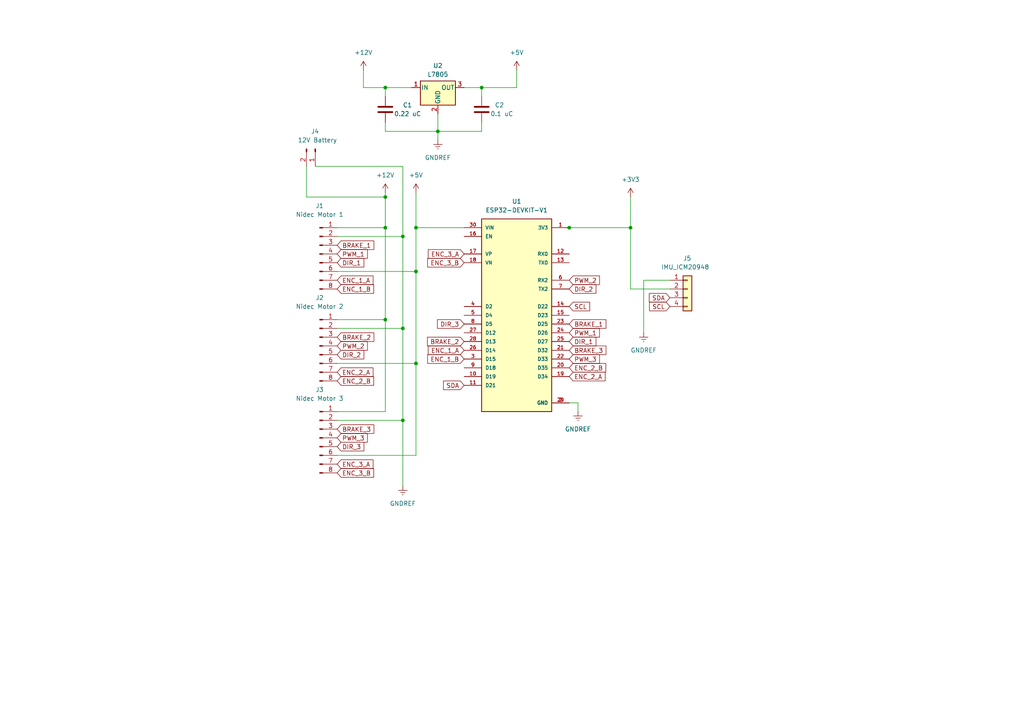
<source format=kicad_sch>
(kicad_sch (version 20230121) (generator eeschema)
  (paper "A4")
  (lib_symbols
    (symbol "Connector:Conn_01x02_Pin" (pin_names (offset 1.016) hide)
      (property "Reference" "J" (at 0 2.54 0))
      (property "Value" "Conn_01x02_Pin" (at 0 -5.08 0))
      (symbol "Conn_01x02_Pin_1_1"
        (polyline (pts (xy 1.27 -2.54) (xy 0.8636 -2.54)) (stroke (width 0.1524)))
        (polyline (pts (xy 1.27 0) (xy 0.8636 0)) (stroke (width 0.1524)))
        (rectangle (start 0.8636 -2.413) (end 0 -2.667) (stroke (width 0.1524)) (fill (type outline)))
        (rectangle (start 0.8636 0.127) (end 0 -0.127) (stroke (width 0.1524)) (fill (type outline)))
        (pin passive line (at 5.08 0 180) (length 3.81) (name "Pin_1") (number "1"))
        (pin passive line (at 5.08 -2.54 180) (length 3.81) (name "Pin_2") (number "2"))
      )
    )
    (symbol "Connector:Conn_01x08_Pin" (pin_names (offset 1.016) hide)
      (property "Reference" "J" (at 0 10.16 0))
      (property "Value" "Conn_01x08_Pin" (at 0 -12.7 0))
      (symbol "Conn_01x08_Pin_1_1"
        (polyline (pts (xy 1.27 -10.16) (xy 0.8636 -10.16)) (stroke (width 0.1524)))
        (polyline (pts (xy 1.27 -7.62) (xy 0.8636 -7.62)) (stroke (width 0.1524)))
        (polyline (pts (xy 1.27 -5.08) (xy 0.8636 -5.08)) (stroke (width 0.1524)))
        (polyline (pts (xy 1.27 -2.54) (xy 0.8636 -2.54)) (stroke (width 0.1524)))
        (polyline (pts (xy 1.27 0) (xy 0.8636 0)) (stroke (width 0.1524)))
        (polyline (pts (xy 1.27 2.54) (xy 0.8636 2.54)) (stroke (width 0.1524)))
        (polyline (pts (xy 1.27 5.08) (xy 0.8636 5.08)) (stroke (width 0.1524)))
        (polyline (pts (xy 1.27 7.62) (xy 0.8636 7.62)) (stroke (width 0.1524)))
        (rectangle (start 0.8636 -10.033) (end 0 -10.287) (stroke (width 0.1524)) (fill (type outline)))
        (rectangle (start 0.8636 -7.493) (end 0 -7.747) (stroke (width 0.1524)) (fill (type outline)))
        (rectangle (start 0.8636 -4.953) (end 0 -5.207) (stroke (width 0.1524)) (fill (type outline)))
        (rectangle (start 0.8636 -2.413) (end 0 -2.667) (stroke (width 0.1524)) (fill (type outline)))
        (rectangle (start 0.8636 0.127) (end 0 -0.127) (stroke (width 0.1524)) (fill (type outline)))
        (rectangle (start 0.8636 2.667) (end 0 2.413) (stroke (width 0.1524)) (fill (type outline)))
        (rectangle (start 0.8636 5.207) (end 0 4.953) (stroke (width 0.1524)) (fill (type outline)))
        (rectangle (start 0.8636 7.747) (end 0 7.493) (stroke (width 0.1524)) (fill (type outline)))
        (pin passive line (at 5.08 7.62 180) (length 3.81) (name "Pin_1") (number "1"))
        (pin passive line (at 5.08 5.08 180) (length 3.81) (name "Pin_2") (number "2"))
        (pin passive line (at 5.08 2.54 180) (length 3.81) (name "Pin_3") (number "3"))
        (pin passive line (at 5.08 0 180) (length 3.81) (name "Pin_4") (number "4"))
        (pin passive line (at 5.08 -2.54 180) (length 3.81) (name "Pin_5") (number "5"))
        (pin passive line (at 5.08 -5.08 180) (length 3.81) (name "Pin_6") (number "6"))
        (pin passive line (at 5.08 -7.62 180) (length 3.81) (name "Pin_7") (number "7"))
        (pin passive line (at 5.08 -10.16 180) (length 3.81) (name "Pin_8") (number "8"))
      )
    )
    (symbol "Connector_Generic:Conn_01x04" (pin_names (offset 1.016) hide)
      (property "Reference" "J" (at 0 5.08 0))
      (property "Value" "Conn_01x04" (at 0 -7.62 0))
      (symbol "Conn_01x04_1_1"
        (rectangle (start -1.27 -4.953) (end 0 -5.207) (stroke (width 0.1524)))
        (rectangle (start -1.27 -2.413) (end 0 -2.667) (stroke (width 0.1524)))
        (rectangle (start -1.27 0.127) (end 0 -0.127) (stroke (width 0.1524)))
        (rectangle (start -1.27 2.667) (end 0 2.413) (stroke (width 0.1524)))
        (rectangle (start -1.27 3.81) (end 1.27 -6.35) (stroke (width 0.254)) (fill (type background)))
        (pin passive line (at -5.08 2.54 0) (length 3.81) (name "Pin_1") (number "1"))
        (pin passive line (at -5.08 0 0) (length 3.81) (name "Pin_2") (number "2"))
        (pin passive line (at -5.08 -2.54 0) (length 3.81) (name "Pin_3") (number "3"))
        (pin passive line (at -5.08 -5.08 0) (length 3.81) (name "Pin_4") (number "4"))
      )
    )
    (symbol "Device:C" (pin_numbers hide) (pin_names (offset 0.254))
      (property "Reference" "C" (at 0.635 2.54 0))
      (property "Value" "C" (at 0.635 -2.54 0))
      (symbol "C_0_1"
        (polyline (pts (xy -2.032 -0.762) (xy 2.032 -0.762)) (stroke (width 0.508)))
        (polyline (pts (xy -2.032 0.762) (xy 2.032 0.762)) (stroke (width 0.508)))
      )
      (symbol "C_1_1"
        (pin passive line (at 0 3.81 270) (length 2.794) (name "~") (number "1"))
        (pin passive line (at 0 -3.81 90) (length 2.794) (name "~") (number "2"))
      )
    )
    (symbol "Regulator_Linear:L7805" (pin_names (offset 0.254))
      (property "Reference" "U" (at -3.81 3.175 0))
      (property "Value" "L7805" (at 0 3.175 0))
      (symbol "L7805_0_1"
        (rectangle (start -5.08 1.905) (end 5.08 -5.08) (stroke (width 0.254)) (fill (type background)))
      )
      (symbol "L7805_1_1"
        (pin power_in line (at -7.62 0 0) (length 2.54) (name "IN") (number "1"))
        (pin power_in line (at 0 -7.62 90) (length 2.54) (name "GND") (number "2"))
        (pin power_out line (at 7.62 0 180) (length 2.54) (name "OUT") (number "3"))
      )
    )
    (symbol "eCube_lib:ESP32-DEVKIT-V1" (pin_names (offset 1.016))
      (property "Reference" "U" (at -10.16 30.48 0))
      (property "Value" "ESP32-DEVKIT-V1" (at -10.16 -30.48 0))
      (symbol "ESP32-DEVKIT-V1_0_0"
        (rectangle (start -10.16 -27.94) (end 10.16 27.94) (stroke (width 0.254)) (fill (type background)))
        (pin output line (at 15.24 25.4 180) (length 5.08) (name "3V3") (number "1"))
        (pin bidirectional line (at -15.24 -17.78 0) (length 5.08) (name "D19") (number "10"))
        (pin bidirectional line (at -15.24 -20.32 0) (length 5.08) (name "D21") (number "11"))
        (pin input line (at 15.24 17.78 180) (length 5.08) (name "RX0") (number "12"))
        (pin output line (at 15.24 15.24 180) (length 5.08) (name "TX0") (number "13"))
        (pin bidirectional line (at 15.24 2.54 180) (length 5.08) (name "D22") (number "14"))
        (pin bidirectional line (at 15.24 0 180) (length 5.08) (name "D23") (number "15"))
        (pin input line (at -15.24 22.86 0) (length 5.08) (name "EN") (number "16"))
        (pin bidirectional line (at -15.24 17.78 0) (length 5.08) (name "VP") (number "17"))
        (pin bidirectional line (at -15.24 15.24 0) (length 5.08) (name "VN") (number "18"))
        (pin bidirectional line (at 15.24 -17.78 180) (length 5.08) (name "D34") (number "19"))
        (pin power_in line (at 15.24 -25.4 180) (length 5.08) (name "GND") (number "2"))
        (pin bidirectional line (at 15.24 -15.24 180) (length 5.08) (name "D35") (number "20"))
        (pin bidirectional line (at 15.24 -10.16 180) (length 5.08) (name "D32") (number "21"))
        (pin bidirectional line (at 15.24 -12.7 180) (length 5.08) (name "D33") (number "22"))
        (pin bidirectional line (at 15.24 -2.54 180) (length 5.08) (name "D25") (number "23"))
        (pin bidirectional line (at 15.24 -5.08 180) (length 5.08) (name "D26") (number "24"))
        (pin bidirectional line (at 15.24 -7.62 180) (length 5.08) (name "D27") (number "25"))
        (pin bidirectional line (at -15.24 -10.16 0) (length 5.08) (name "D14") (number "26"))
        (pin bidirectional line (at -15.24 -5.08 0) (length 5.08) (name "D12") (number "27"))
        (pin bidirectional line (at -15.24 -7.62 0) (length 5.08) (name "D13") (number "28"))
        (pin power_in line (at 15.24 -25.4 180) (length 5.08) (name "GND") (number "29"))
        (pin bidirectional line (at -15.24 -12.7 0) (length 5.08) (name "D15") (number "3"))
        (pin input line (at -15.24 25.4 0) (length 5.08) (name "VIN") (number "30"))
        (pin bidirectional line (at -15.24 2.54 0) (length 5.08) (name "D2") (number "4"))
        (pin bidirectional line (at -15.24 0 0) (length 5.08) (name "D4") (number "5"))
        (pin input line (at 15.24 10.16 180) (length 5.08) (name "RX2") (number "6"))
        (pin output line (at 15.24 7.62 180) (length 5.08) (name "TX2") (number "7"))
        (pin bidirectional line (at -15.24 -2.54 0) (length 5.08) (name "D5") (number "8"))
        (pin bidirectional line (at -15.24 -15.24 0) (length 5.08) (name "D18") (number "9"))
      )
    )
    (symbol "power:+12V" (power) (pin_names (offset 0))
      (property "Value" "+12V" (at 0 3.556 0))
      (symbol "+12V_0_1"
        (polyline (pts (xy -0.762 1.27) (xy 0 2.54)))
        (polyline (pts (xy 0 0) (xy 0 2.54)))
        (polyline (pts (xy 0 2.54) (xy 0.762 1.27)))
      )
      (symbol "+12V_1_1"
        (pin power_in line (at 0 0 90) (length 0) hide (name "+12V") (number "1"))
      )
    )
    (symbol "power:+3V3" (power) (pin_names (offset 0))
      (property "Value" "+3V3" (at 0 3.556 0))
      (symbol "+3V3_0_1"
        (polyline (pts (xy -0.762 1.27) (xy 0 2.54)))
        (polyline (pts (xy 0 0) (xy 0 2.54)))
        (polyline (pts (xy 0 2.54) (xy 0.762 1.27)))
      )
      (symbol "+3V3_1_1"
        (pin power_in line (at 0 0 90) (length 0) hide (name "+3V3") (number "1"))
      )
    )
    (symbol "power:+5V" (power) (pin_names (offset 0))
      (property "Value" "+5V" (at 0 3.556 0))
      (symbol "+5V_0_1"
        (polyline (pts (xy -0.762 1.27) (xy 0 2.54)))
        (polyline (pts (xy 0 0) (xy 0 2.54)))
        (polyline (pts (xy 0 2.54) (xy 0.762 1.27)))
      )
      (symbol "+5V_1_1"
        (pin power_in line (at 0 0 90) (length 0) hide (name "+5V") (number "1"))
      )
    )
    (symbol "power:GNDREF" (power) (pin_names (offset 0))
      (property "Value" "GNDREF" (at 0 -3.81 0))
      (symbol "GNDREF_0_1"
        (polyline (pts (xy -0.635 -1.905) (xy 0.635 -1.905)))
        (polyline (pts (xy -0.127 -2.54) (xy 0.127 -2.54)))
        (polyline (pts (xy 0 -1.27) (xy 0 0)))
        (polyline (pts (xy 1.27 -1.27) (xy -1.27 -1.27)))
      )
      (symbol "GNDREF_1_1"
        (pin power_in line (at 0 0 270) (length 0) hide (name "GNDREF") (number "1"))
      )
    )
  )
  (junction (at 111.76 66.04))
  (junction (at 116.84 95.25))
  (junction (at 111.76 25.4))
  (junction (at 120.65 78.74))
  (junction (at 116.84 121.92))
  (junction (at 165.1 66.04))
  (junction (at 111.76 92.71))
  (junction (at 182.88 66.04))
  (junction (at 120.65 105.41))
  (junction (at 139.7 25.4))
  (junction (at 116.84 68.58))
  (junction (at 127 38.1))
  (junction (at 111.76 57.15))
  (junction (at 120.65 66.04))
  (wire (pts (xy 111.76 35.56) (xy 111.76 38.1)))
  (wire (pts (xy 97.79 66.04) (xy 111.76 66.04)))
  (wire (pts (xy 120.65 78.74) (xy 120.65 105.41)))
  (wire (pts (xy 88.9 48.26) (xy 88.9 57.15)))
  (wire (pts (xy 116.84 121.92) (xy 116.84 140.97)))
  (wire (pts (xy 111.76 57.15) (xy 111.76 66.04)))
  (wire (pts (xy 97.79 92.71) (xy 111.76 92.71)))
  (wire (pts (xy 186.69 81.28) (xy 186.69 96.52)))
  (wire (pts (xy 139.7 25.4) (xy 149.86 25.4)))
  (wire (pts (xy 167.64 116.84) (xy 167.64 119.38)))
  (wire (pts (xy 105.41 25.4) (xy 105.41 20.32)))
  (wire (pts (xy 91.44 48.26) (xy 116.84 48.26)))
  (wire (pts (xy 194.31 83.82) (xy 182.88 83.82)))
  (wire (pts (xy 139.7 38.1) (xy 139.7 35.56)))
  (wire (pts (xy 111.76 25.4) (xy 119.38 25.4)))
  (wire (pts (xy 111.76 92.71) (xy 111.76 119.38)))
  (wire (pts (xy 116.84 95.25) (xy 116.84 121.92)))
  (wire (pts (xy 111.76 66.04) (xy 111.76 92.71)))
  (wire (pts (xy 111.76 55.88) (xy 111.76 57.15)))
  (wire (pts (xy 97.79 119.38) (xy 111.76 119.38)))
  (wire (pts (xy 97.79 105.41) (xy 120.65 105.41)))
  (wire (pts (xy 105.41 25.4) (xy 111.76 25.4)))
  (wire (pts (xy 120.65 105.41) (xy 120.65 132.08)))
  (wire (pts (xy 134.62 66.04) (xy 120.65 66.04)))
  (wire (pts (xy 116.84 68.58) (xy 116.84 95.25)))
  (wire (pts (xy 97.79 121.92) (xy 116.84 121.92)))
  (wire (pts (xy 127 38.1) (xy 139.7 38.1)))
  (wire (pts (xy 182.88 83.82) (xy 182.88 66.04)))
  (wire (pts (xy 127 38.1) (xy 127 40.64)))
  (wire (pts (xy 120.65 55.88) (xy 120.65 66.04)))
  (wire (pts (xy 111.76 38.1) (xy 127 38.1)))
  (wire (pts (xy 97.79 78.74) (xy 120.65 78.74)))
  (wire (pts (xy 134.62 25.4) (xy 139.7 25.4)))
  (wire (pts (xy 165.1 66.04) (xy 182.88 66.04)))
  (wire (pts (xy 165.1 116.84) (xy 167.64 116.84)))
  (wire (pts (xy 120.65 66.04) (xy 120.65 78.74)))
  (wire (pts (xy 111.76 27.94) (xy 111.76 25.4)))
  (wire (pts (xy 97.79 132.08) (xy 120.65 132.08)))
  (wire (pts (xy 149.86 25.4) (xy 149.86 20.32)))
  (wire (pts (xy 163.83 66.04) (xy 165.1 66.04)))
  (wire (pts (xy 139.7 25.4) (xy 139.7 27.94)))
  (wire (pts (xy 97.79 68.58) (xy 116.84 68.58)))
  (wire (pts (xy 194.31 81.28) (xy 186.69 81.28)))
  (wire (pts (xy 127 33.02) (xy 127 38.1)))
  (wire (pts (xy 182.88 57.15) (xy 182.88 66.04)))
  (wire (pts (xy 97.79 95.25) (xy 116.84 95.25)))
  (wire (pts (xy 88.9 57.15) (xy 111.76 57.15)))
  (wire (pts (xy 116.84 48.26) (xy 116.84 68.58)))
  (global_label "ENC_3_B" (shape input) (at 134.62 76.2 180) (property "Intersheetrefs" "${INTERSHEET_REFS}" (effects hide)))
  (global_label "BRAKE_1" (shape input) (at 165.1 93.98 0) (property "Intersheetrefs" "${INTERSHEET_REFS}" (effects hide)))
  (global_label "PWM_2" (shape input) (at 165.1 81.28 0) (property "Intersheetrefs" "${INTERSHEET_REFS}" (effects hide)))
  (global_label "ENC_2_A" (shape input) (at 97.79 107.95 0) (property "Intersheetrefs" "${INTERSHEET_REFS}" (effects hide)))
  (global_label "DIR_1" (shape input) (at 97.79 76.2 0) (property "Intersheetrefs" "${INTERSHEET_REFS}" (effects hide)))
  (global_label "ENC_2_B" (shape input) (at 97.79 110.49 0) (property "Intersheetrefs" "${INTERSHEET_REFS}" (effects hide)))
  (global_label "DIR_3" (shape input) (at 97.79 129.54 0) (property "Intersheetrefs" "${INTERSHEET_REFS}" (effects hide)))
  (global_label "SDA" (shape input) (at 134.62 111.76 180) (property "Intersheetrefs" "${INTERSHEET_REFS}" (effects hide)))
  (global_label "ENC_1_B" (shape input) (at 134.62 104.14 180) (property "Intersheetrefs" "${INTERSHEET_REFS}" (effects hide)))
  (global_label "DIR_2" (shape input) (at 165.1 83.82 0) (property "Intersheetrefs" "${INTERSHEET_REFS}" (effects hide)))
  (global_label "PWM_3" (shape input) (at 97.79 127 0) (property "Intersheetrefs" "${INTERSHEET_REFS}" (effects hide)))
  (global_label "ENC_2_A" (shape input) (at 165.1 109.22 0) (property "Intersheetrefs" "${INTERSHEET_REFS}" (effects hide)))
  (global_label "ENC_1_B" (shape input) (at 97.79 83.82 0) (property "Intersheetrefs" "${INTERSHEET_REFS}" (effects hide)))
  (global_label "ENC_3_B" (shape input) (at 97.79 137.16 0) (property "Intersheetrefs" "${INTERSHEET_REFS}" (effects hide)))
  (global_label "DIR_3" (shape input) (at 134.62 93.98 180) (property "Intersheetrefs" "${INTERSHEET_REFS}" (effects hide)))
  (global_label "SCL" (shape input) (at 194.31 88.9 180) (property "Intersheetrefs" "${INTERSHEET_REFS}" (effects hide)))
  (global_label "ENC_3_A" (shape input) (at 97.79 134.62 0) (property "Intersheetrefs" "${INTERSHEET_REFS}" (effects hide)))
  (global_label "ENC_1_A" (shape input) (at 134.62 101.6 180) (property "Intersheetrefs" "${INTERSHEET_REFS}" (effects hide)))
  (global_label "SCL" (shape input) (at 165.1 88.9 0) (property "Intersheetrefs" "${INTERSHEET_REFS}" (effects hide)))
  (global_label "ENC_2_B" (shape input) (at 165.1 106.68 0) (property "Intersheetrefs" "${INTERSHEET_REFS}" (effects hide)))
  (global_label "BRAKE_1" (shape input) (at 97.79 71.12 0) (property "Intersheetrefs" "${INTERSHEET_REFS}" (effects hide)))
  (global_label "BRAKE_2" (shape input) (at 134.62 99.06 180) (property "Intersheetrefs" "${INTERSHEET_REFS}" (effects hide)))
  (global_label "DIR_1" (shape input) (at 165.1 99.06 0) (property "Intersheetrefs" "${INTERSHEET_REFS}" (effects hide)))
  (global_label "BRAKE_3" (shape input) (at 165.1 101.6 0) (property "Intersheetrefs" "${INTERSHEET_REFS}" (effects hide)))
  (global_label "PWM_2" (shape input) (at 97.79 100.33 0) (property "Intersheetrefs" "${INTERSHEET_REFS}" (effects hide)))
  (global_label "ENC_1_A" (shape input) (at 97.79 81.28 0) (property "Intersheetrefs" "${INTERSHEET_REFS}" (effects hide)))
  (global_label "DIR_2" (shape input) (at 97.79 102.87 0) (property "Intersheetrefs" "${INTERSHEET_REFS}" (effects hide)))
  (global_label "BRAKE_3" (shape input) (at 97.79 124.46 0) (property "Intersheetrefs" "${INTERSHEET_REFS}" (effects hide)))
  (global_label "SDA" (shape input) (at 194.31 86.36 180) (property "Intersheetrefs" "${INTERSHEET_REFS}" (effects hide)))
  (global_label "PWM_1" (shape input) (at 97.79 73.66 0) (property "Intersheetrefs" "${INTERSHEET_REFS}" (effects hide)))
  (global_label "PWM_3" (shape input) (at 165.1 104.14 0) (property "Intersheetrefs" "${INTERSHEET_REFS}" (effects hide)))
  (global_label "ENC_3_A" (shape input) (at 134.62 73.66 180) (property "Intersheetrefs" "${INTERSHEET_REFS}" (effects hide)))
  (global_label "BRAKE_2" (shape input) (at 97.79 97.79 0) (property "Intersheetrefs" "${INTERSHEET_REFS}" (effects hide)))
  (global_label "PWM_1" (shape input) (at 165.1 96.52 0) (property "Intersheetrefs" "${INTERSHEET_REFS}" (effects hide)))
  (symbol (lib_id "power:+12V") (at 111.76 55.88 0) (unit 1)
    (property "Reference" "#PWR06" (effects hide))
    (property "Value" "+12V" (at 111.76 50.8 0))
  )
  (symbol (lib_id "Device:C") (at 139.7 31.75 0) (unit 1)
    (property "Reference" "C2" (at 143.51 30.48 0) (effects (justify left)))
    (property "Value" "0.1 uC" (at 142.24 33.02 0) (effects (justify left)))
    (property "Footprint" "Capacitor_THT:CP_Radial_D10.0mm_P2.50mm" (effects hide))
  )
  (symbol (lib_id "power:+5V") (at 120.65 55.88 0) (unit 1)
    (property "Reference" "#PWR02" (effects hide))
    (property "Value" "+5V" (at 120.65 50.8 0))
  )
  (symbol (lib_id "Device:C") (at 111.76 31.75 0) (unit 1)
    (property "Reference" "C1" (at 116.84 30.48 0) (effects (justify left)))
    (property "Value" "0.22 uC" (at 114.3 33.02 0) (effects (justify left)))
    (property "Footprint" "Capacitor_THT:CP_Radial_D10.0mm_P2.50mm" (effects hide))
  )
  (symbol (lib_id "Connector_Generic:Conn_01x04") (at 199.39 83.82 0) (unit 1)
    (property "Reference" "J5" (at 198.12 74.93 0) (effects (justify left)))
    (property "Value" "IMU_ICM20948" (at 191.77 77.47 0) (effects (justify left)))
    (property "Footprint" "Connector_Molex:Molex_KK-254_AE-6410-04A_1x04_P2.54mm_Vertical" (effects hide))
  )
  (symbol (lib_id "power:GNDREF") (at 167.64 119.38 0) (unit 1)
    (property "Reference" "#PWR09" (effects hide))
    (property "Value" "GNDREF" (at 167.64 124.46 0))
  )
  (symbol (lib_id "eCube_lib:ESP32-DEVKIT-V1") (at 149.86 91.44 0) (unit 1)
    (property "Reference" "U1" (at 149.86 58.42 0))
    (property "Value" "ESP32-DEVKIT-V1" (at 149.86 60.96 0))
    (property "Footprint" "eCube_lib:MODULE_ESP32_DEVKIT_V1" (effects hide))
    (property "MF" "Do it" (effects hide))
    (property "MAXIMUM_PACKAGE_HEIGHT" "6.8 mm" (effects hide))
    (property "Package" "None" (effects hide))
    (property "Price" "None" (effects hide))
    (property "Check_prices" "https://www.snapeda.com/parts/ESP32-DEVKIT-V1/Do+it/view-part/?ref=eda" (effects hide))
    (property "STANDARD" "Manufacturer Recommendations" (effects hide))
    (property "PARTREV" "N/A" (effects hide))
    (property "SnapEDA_Link" "https://www.snapeda.com/parts/ESP32-DEVKIT-V1/Do+it/view-part/?ref=snap" (effects hide))
    (property "MP" "ESP32-DEVKIT-V1" (effects hide))
    (property "Description" "\nDual core, Wi-Fi: 2.4 GHz up to 150 Mbits/s,BLE (Bluetooth Low Energy) and legacy Bluetooth, 32 bits, Up to 240 MHz\n" (effects hide))
    (property "Availability" "Not in stock" (effects hide))
    (property "MANUFACTURER" "DOIT" (effects hide))
  )
  (symbol (lib_id "Connector:Conn_01x08_Pin") (at 92.71 127 0) (unit 1)
    (property "Reference" "J3" (at 92.71 113.03 0))
    (property "Value" "Nidec Motor 3" (at 92.71 115.57 0))
    (property "Footprint" "Connector_Molex:Molex_KK-254_AE-6410-08A_1x08_P2.54mm_Vertical" (effects hide))
  )
  (symbol (lib_id "power:+12V") (at 105.41 20.32 0) (unit 1)
    (property "Reference" "#PWR05" (effects hide))
    (property "Value" "+12V" (at 105.41 15.24 0))
  )
  (symbol (lib_id "power:+5V") (at 149.86 20.32 0) (unit 1)
    (property "Reference" "#PWR07" (effects hide))
    (property "Value" "+5V" (at 149.86 15.24 0))
  )
  (symbol (lib_id "power:+3V3") (at 182.88 57.15 0) (unit 1)
    (property "Reference" "#PWR01" (effects hide))
    (property "Value" "+3V3" (at 182.88 52.07 0))
  )
  (symbol (lib_id "power:GNDREF") (at 127 40.64 0) (unit 1)
    (property "Reference" "#PWR08" (effects hide))
    (property "Value" "GNDREF" (at 127 45.72 0))
  )
  (symbol (lib_id "Connector:Conn_01x02_Pin") (at 91.44 43.18 270) (unit 1)
    (property "Reference" "J4" (at 90.17 38.1 90) (effects (justify left)))
    (property "Value" "12V Battery" (at 86.36 40.64 90) (effects (justify left)))
    (property "Footprint" "Connector_AMASS:AMASS_XT60-M_1x02_P7.20mm_Vertical" (effects hide))
  )
  (symbol (lib_id "Connector:Conn_01x08_Pin") (at 92.71 73.66 0) (unit 1)
    (property "Reference" "J1" (at 92.71 59.69 0))
    (property "Value" "Nidec Motor 1" (at 92.71 62.23 0))
    (property "Footprint" "Connector_Molex:Molex_KK-254_AE-6410-08A_1x08_P2.54mm_Vertical" (effects hide))
  )
  (symbol (lib_id "Regulator_Linear:L7805") (at 127 25.4 0) (unit 1)
    (property "Reference" "U2" (at 127 19.05 0))
    (property "Value" "L7805" (at 127 21.59 0))
    (property "Footprint" "Connector_PinHeader_2.54mm:PinHeader_1x03_P2.54mm_Vertical" (effects hide))
    (property "Datasheet" "http://www.st.com/content/ccc/resource/technical/document/datasheet/41/4f/b3/b0/12/d4/47/88/CD00000444.pdf/files/CD00000444.pdf/jcr:content/translations/en.CD00000444.pdf" (effects hide))
  )
  (symbol (lib_id "power:GNDREF") (at 116.84 140.97 0) (unit 1)
    (property "Reference" "#PWR03" (effects hide))
    (property "Value" "GNDREF" (at 116.84 146.05 0))
  )
  (symbol (lib_id "power:GNDREF") (at 186.69 96.52 0) (unit 1)
    (property "Reference" "#PWR04" (effects hide))
    (property "Value" "GNDREF" (at 186.69 101.6 0))
  )
  (symbol (lib_id "Connector:Conn_01x08_Pin") (at 92.71 100.33 0) (unit 1)
    (property "Reference" "J2" (at 92.71 86.36 0))
    (property "Value" "Nidec Motor 2" (at 92.71 88.9 0))
    (property "Footprint" "Connector_Molex:Molex_KK-254_AE-6410-08A_1x08_P2.54mm_Vertical" (effects hide))
  )
)
</source>
